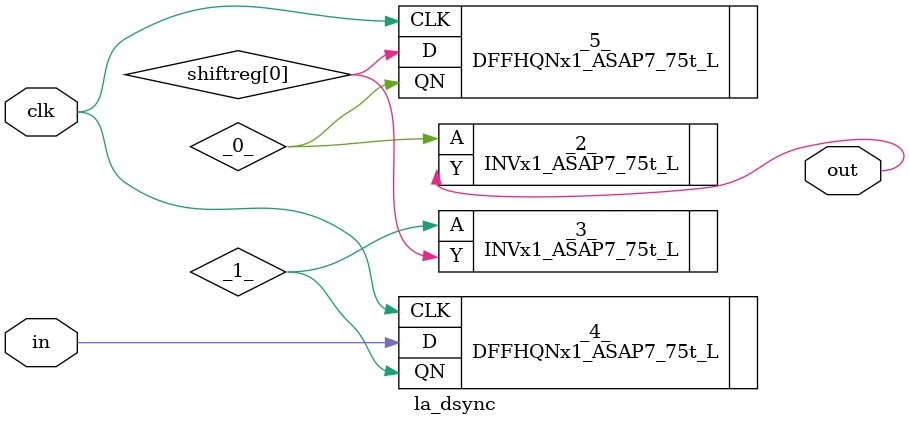
<source format=v>

/* Generated by Yosys 0.40 (git sha1 a1bb0255d, g++ 11.4.0-1ubuntu1~22.04 -fPIC -Os) */

module la_dsync(clk, in, out);
  wire _0_;
  wire _1_;
  input clk;
  wire clk;
  input in;
  wire in;
  output out;
  wire out;
  wire \shiftreg[0] ;
  INVx1_ASAP7_75t_L _2_ (
    .A(_0_),
    .Y(out)
  );
  INVx1_ASAP7_75t_L _3_ (
    .A(_1_),
    .Y(\shiftreg[0] )
  );
  DFFHQNx1_ASAP7_75t_L _4_ (
    .CLK(clk),
    .D(in),
    .QN(_1_)
  );
  DFFHQNx1_ASAP7_75t_L _5_ (
    .CLK(clk),
    .D(\shiftreg[0] ),
    .QN(_0_)
  );
endmodule

</source>
